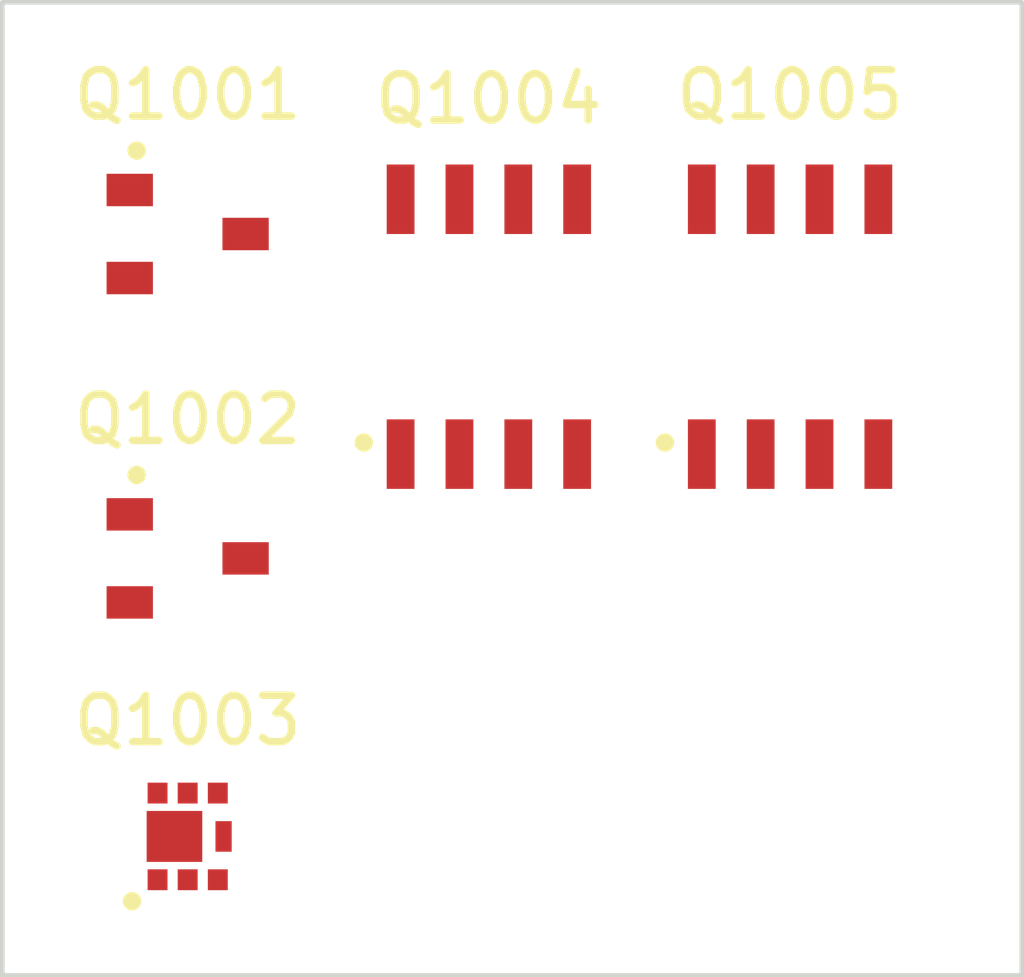
<source format=kicad_pcb>
(kicad_pcb (version 20241229) (generator "pcbnew") (generator_version "9.0")
  (title_block (title "Project name") (date "2025-05-26") (rev "1") (comment 1 "PCA number") (comment 2 "PCB number"))
  (layers (0 "F.Cu" signal) (2 "B.Cu" signal) (13 "F.Paste" user) (15 "B.Paste" user) (5 "F.SilkS" user "F.Silkscreen") (7 "B.SilkS" user "B.Silkscreen") (1 "F.Mask" user) (3 "B.Mask" user) (25 "Edge.Cuts" user))
  (net 0 "")
  (footprint "lily_footprints:sot23" (layer "F.Cu") (at 114 75)
    (property "Reference" "Q1001" (at 0 -3 0) (layer "F.SilkS") (effects (font (thickness 0.16))))
    (property "Value" "MMBT2222A" (hide yes))
    (fp_circle (center -1.1 -1.8) (end -1.1 -1.7) (stroke (width 0.2)) (fill no) (layer "F.SilkS"))
    (pad "1" smd rect (at -1.25 -0.95 270) (size 0.7 1) (layers "F.Cu" "F.Mask" "F.Paste"))
    (pad "2" smd rect (at -1.25 0.95 270) (size 0.7 1) (layers "F.Cu" "F.Mask" "F.Paste"))
    (pad "3" smd rect (at 1.25 0 270) (size 0.7 1) (layers "F.Cu" "F.Mask" "F.Paste"))
  )
  (footprint "lily_footprints:soic8" (layer "F.Cu") (at 120.5 77)
    (property "Reference" "Q1004" (at 0 -4.915 0) (layer "F.SilkS") (effects (font (thickness 0.16))))
    (property "Value" "CEM3083" (hide yes))
    (fp_circle (center -2.7 2.5) (end -2.6 2.5) (stroke (width 0.2)) (fill no) (layer "F.SilkS"))
    (pad "1" smd rect (at -1.905 2.75) (size 0.6 1.5) (layers "F.Cu" "F.Mask" "F.Paste"))
    (pad "2" smd rect (at -0.635 2.75) (size 0.6 1.5) (layers "F.Cu" "F.Mask" "F.Paste"))
    (pad "3" smd rect (at 0.635 2.75) (size 0.6 1.5) (layers "F.Cu" "F.Mask" "F.Paste"))
    (pad "4" smd rect (at 1.905 2.75) (size 0.6 1.5) (layers "F.Cu" "F.Mask" "F.Paste"))
    (pad "5" smd rect (at 1.905 -2.75) (size 0.6 1.5) (layers "F.Cu" "F.Mask" "F.Paste"))
    (pad "6" smd rect (at 0.635 -2.75) (size 0.6 1.5) (layers "F.Cu" "F.Mask" "F.Paste"))
    (pad "7" smd rect (at -0.635 -2.75) (size 0.6 1.5) (layers "F.Cu" "F.Mask" "F.Paste"))
    (pad "8" smd rect (at -1.905 -2.75) (size 0.6 1.5) (layers "F.Cu" "F.Mask" "F.Paste"))
  )
  (footprint "lily_footprints:sot1220_dnf2020md-6_type_e" (layer "F.Cu") (at 114 88)
    (property "Reference" "Q1003" (at 0 -2.5 0) (layer "F.SilkS") (effects (font (thickness 0.16))))
    (property "Value" "DMP3028LFDE" (hide yes))
    (fp_circle (center -1.2 1.4) (end -1.1 1.4) (stroke (width 0.2)) (fill no) (layer "F.SilkS"))
    (pad "1" smd rect (at -0.65 0.935 90) (size 0.45 0.43) (layers "F.Cu" "F.Mask" "F.Paste"))
    (pad "2" smd rect (at 0 0.935 90) (size 0.45 0.43) (layers "F.Cu" "F.Mask" "F.Paste"))
    (pad "3" smd rect (at 0.65 0.935 90) (size 0.45 0.43) (layers "F.Cu" "F.Mask" "F.Paste"))
    (pad "4" smd rect (at 0.65 -0.935 90) (size 0.45 0.43) (layers "F.Cu" "F.Mask" "F.Paste"))
    (pad "5" smd rect (at 0 -0.935 90) (size 0.45 0.43) (layers "F.Cu" "F.Mask" "F.Paste"))
    (pad "6" smd rect (at -0.65 -0.935 90) (size 0.45 0.43) (layers "F.Cu" "F.Mask" "F.Paste"))
    (pad "7" smd rect (at -0.285 0 90) (size 1.1 1.2) (layers "F.Cu" "F.Mask" "F.Paste"))
    (pad "8" smd rect (at 0.775 0 90) (size 0.66 0.35) (layers "F.Cu" "F.Mask" "F.Paste"))
  )
  (footprint "lily_footprints:sot23" (layer "F.Cu") (at 114 82)
    (property "Reference" "Q1002" (at 0 -3 0) (layer "F.SilkS") (effects (font (thickness 0.16))))
    (property "Value" "AO3400A" (hide yes))
    (fp_circle (center -1.1 -1.8) (end -1.1 -1.7) (stroke (width 0.2)) (fill no) (layer "F.SilkS"))
    (pad "1" smd rect (at -1.25 -0.95 270) (size 0.7 1) (layers "F.Cu" "F.Mask" "F.Paste"))
    (pad "2" smd rect (at -1.25 0.95 270) (size 0.7 1) (layers "F.Cu" "F.Mask" "F.Paste"))
    (pad "3" smd rect (at 1.25 0 270) (size 0.7 1) (layers "F.Cu" "F.Mask" "F.Paste"))
  )
  (footprint "lily_footprints:soic8" (layer "F.Cu") (at 127 77)
    (property "Reference" "Q1005" (at 0 -5 0) (layer "F.SilkS") (effects (font (thickness 0.16))))
    (property "Value" "mosfet_n_8p_soic8" (hide yes))
    (fp_circle (center -2.7 2.5) (end -2.6 2.5) (stroke (width 0.2)) (fill no) (layer "F.SilkS"))
    (pad "1" smd rect (at -1.905 2.75) (size 0.6 1.5) (layers "F.Cu" "F.Mask" "F.Paste"))
    (pad "2" smd rect (at -0.635 2.75) (size 0.6 1.5) (layers "F.Cu" "F.Mask" "F.Paste"))
    (pad "3" smd rect (at 0.635 2.75) (size 0.6 1.5) (layers "F.Cu" "F.Mask" "F.Paste"))
    (pad "4" smd rect (at 1.905 2.75) (size 0.6 1.5) (layers "F.Cu" "F.Mask" "F.Paste"))
    (pad "5" smd rect (at 1.905 -2.75) (size 0.6 1.5) (layers "F.Cu" "F.Mask" "F.Paste"))
    (pad "6" smd rect (at 0.635 -2.75) (size 0.6 1.5) (layers "F.Cu" "F.Mask" "F.Paste"))
    (pad "7" smd rect (at -0.635 -2.75) (size 0.6 1.5) (layers "F.Cu" "F.Mask" "F.Paste"))
    (pad "8" smd rect (at -1.905 -2.75) (size 0.6 1.5) (layers "F.Cu" "F.Mask" "F.Paste"))
  )
  (gr_rect (start 110 70) (end 132 91) (stroke (width 0.1)) (fill no) (layer "Edge.Cuts"))
)
</source>
